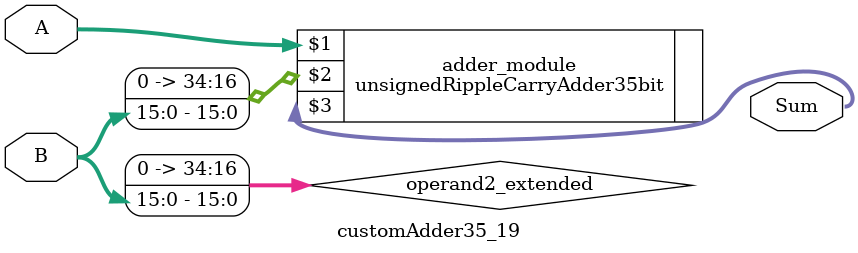
<source format=v>
module customAdder35_19(
                        input [34 : 0] A,
                        input [15 : 0] B,
                        
                        output [35 : 0] Sum
                );

        wire [34 : 0] operand2_extended;
        
        assign operand2_extended =  {19'b0, B};
        
        unsignedRippleCarryAdder35bit adder_module(
            A,
            operand2_extended,
            Sum
        );
        
        endmodule
        
</source>
